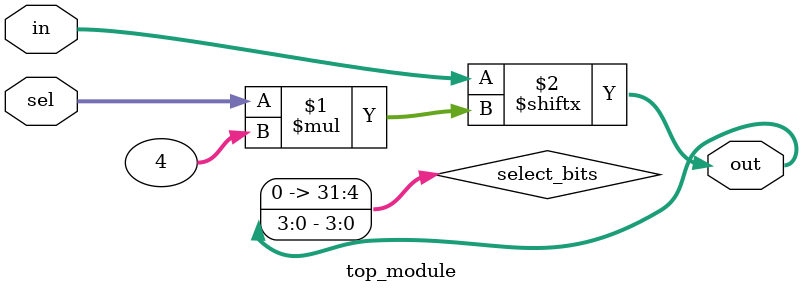
<source format=sv>
module top_module (
    input [1023:0] in,
    input [7:0] sel,
    output [3:0] out
);

wire [31:0] select_bits;

assign select_bits = in[(sel*4 + 3):(sel*4)];
assign out = select_bits;

endmodule

</source>
